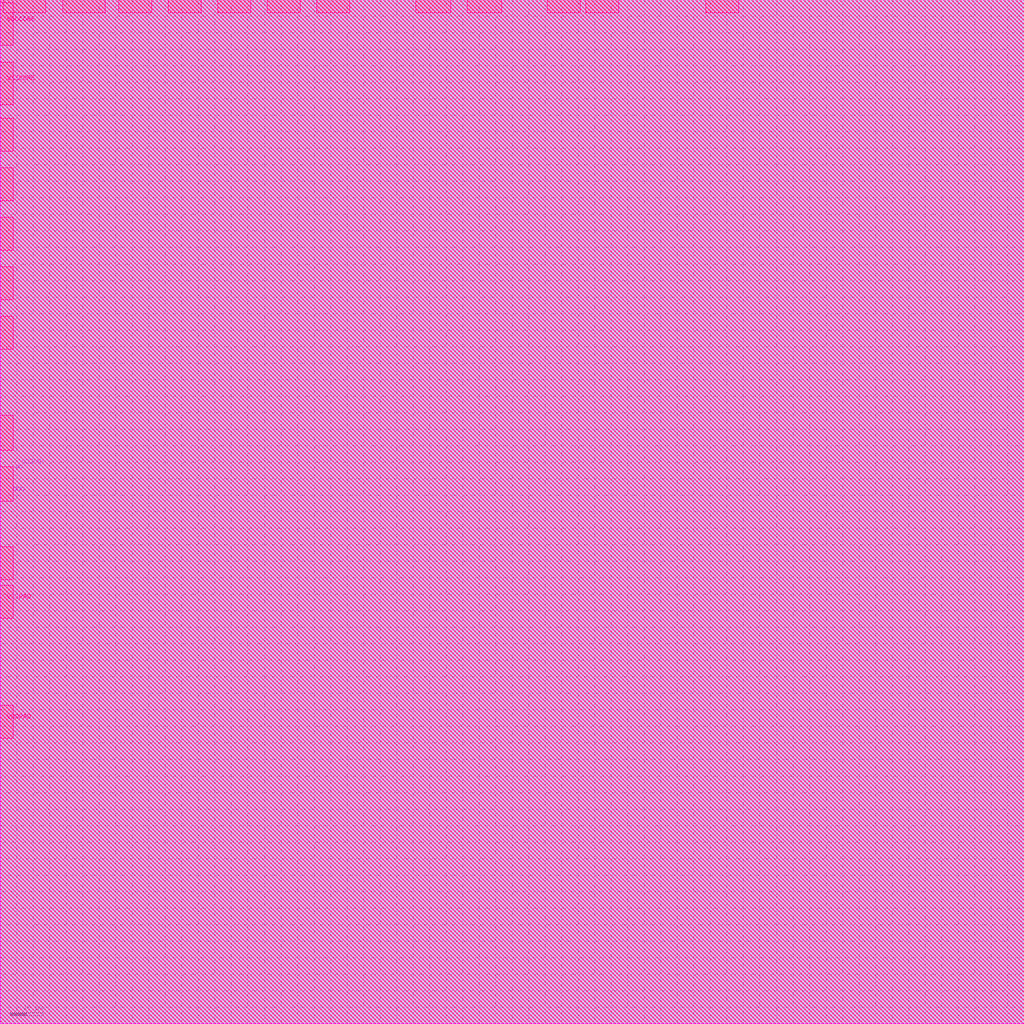
<source format=lef>
# Copyright 2023 ETH Zurich and University of Bologna.
# Solderpad Hardware License, Version 0.51, see LICENSE for details.
# SPDX-License-Identifier: SHL-0.51

# LEF for the sg13g2_iocell library
# Automatically generated by gds2lef_sg13g2.py
# Extracted from sg13g2_iocell.gds

# Authors:
# - Thomas Benz <tbenz@iis.ee.ethz.ch>

VERSION 5.7 ;
BUSBITCHARS "<>" ;
DIVIDERCHAR "/" ;

PROPERTYDEFINITIONS
  MACRO CatenaDesignType STRING ;
END PROPERTYDEFINITIONS

SITE  IOSite
  CLASS    PAD ;
  SYMMETRY R90 ;
  SIZE	1.00 BY 310.00 ;
END  IOSite

MACRO gndcore
  CLASS PAD ;
  ORIGIN 0 0 ;
  FOREIGN gndcore 0 0 ;
  SIZE 60 BY 310 ;
  SYMMETRY X Y R90 ;
  SITE IOSite ;
  PIN VSSPAD
    DIRECTION INOUT ;
    USE GROUND ;
    PORT
      LAYER Metal1 ;
        RECT 5.77 87.69 7.6 88.64 ;
    END
    PORT
      LAYER TopMetal1 ;
        RECT 0.0 122.745 60.0 132.745 ;
        RECT 0.0 134.39 60.0 144.39 ;
        RECT 0.0 204.15 60.0 214.15 ;
        RECT 0.0 234.15 60.0 244.15 ;
        RECT 0.0 264.15 60.0 274.15 ;
    END
  END VSSPAD
  PIN VDDPAD
    DIRECTION INOUT ;
    USE POWER ;
    PORT
      LAYER TopMetal1 ;
        RECT 0.0 86.405 60.0 96.405 ;
        RECT 0.0 219.15 60.0 229.15 ;
        RECT 0.0 249.15 60.0 259.15 ;
        RECT 0.0 158.15 60.0 168.65 ;
        RECT 0.0 173.65 60.0 184.15 ;
    END
  END VDDPAD
  PIN VDDCORE
    DIRECTION INOUT ;
    USE POWER ;
    PORT
      LAYER TopMetal1 ;
        RECT 0.0 296.15 60.0 309.15 ;
    END
    PORT
      LAYER TopMetal2 ;
        RECT 47.5 301.39 57.5 310.0 ;
        RECT 2.5 301.39 12.5 310.0 ;
    END
  END VDDCORE
  PIN VSSCORE
    DIRECTION INOUT ;
    USE GROUND ;
    PORT
      LAYER TopMetal1 ;
        RECT 0.0 278.15 60.0 291.15 ;
    END
    PORT
      LAYER TopMetal2 ;
        RECT 32.5 301.39 42.5 310.0 ;
        RECT 17.5 301.39 27.5 310.0 ;
    END
  END VSSCORE
  OBS
    LAYER Metal1 ;
      RECT 0 0 60 310 ;
    LAYER Metal2 ;
      RECT 0 0 60 310 ;
    LAYER Metal3 ;
      RECT 0 0 60 310 ;
    LAYER Metal4 ;
      RECT 0 0 60 310 ;
    LAYER Metal5 ;
      RECT 0 0 60 310 ;
    LAYER TopMetal1 ;
      RECT 0 0 60 310 ;
    LAYER TopMetal2 ;
      RECT 0 0 60 310 ;
  END
END gndcore

MACRO ixc013_b16m
  CLASS PAD ;
  ORIGIN 0 0 ;
  FOREIGN ixc013_b16m 0 0 ;
  SIZE 60 BY 310 ;
  SYMMETRY X Y R90 ;
  SITE IOSite ;
  PIN DOUT
    DIRECTION OUTPUT ;
    USE SIGNAL ;
    PORT
      LAYER Metal3 ;
        RECT 7.865 309.0 8.865 310.0 ;
    END
  END DOUT
  PIN OEN
    DIRECTION INPUT ;
    USE SIGNAL ;
    PORT
      LAYER Metal3 ;
        RECT 54.745 309.0 55.745 310.0 ;
    END
  END OEN
  PIN DIN
    DIRECTION INPUT ;
    USE SIGNAL ;
    PORT
      LAYER Metal3 ;
        RECT 52.745 309.0 53.745 310.0 ;
    END
  END DIN
  PIN VDDPAD
    DIRECTION INOUT ;
    USE POWER ;
    PORT
      LAYER TopMetal1 ;
        RECT 0.0 86.405 60.0 96.405 ;
        RECT 0.0 219.15 60.0 229.15 ;
        RECT 0.0 249.15 60.0 259.15 ;
        RECT 0.0 158.15 60.0 168.65 ;
        RECT 0.0 173.65 60.0 184.15 ;
    END
    PORT
      LAYER TopMetal2 ;
        RECT 1.96 298.75 16.96 310.0 ;
        RECT 32.085 298.75 40.085 310.0 ;
    END
  END VDDPAD
  PIN VSSPAD
    DIRECTION INOUT ;
    USE GROUND ;
    PORT
      LAYER TopMetal1 ;
        RECT 0.0 122.745 60.0 132.745 ;
        RECT 0.0 134.39 60.0 144.39 ;
        RECT 0.0 204.15 60.0 214.15 ;
        RECT 0.0 234.15 60.0 244.15 ;
        RECT 0.0 264.15 60.0 274.15 ;
    END
    PORT
      LAYER TopMetal2 ;
        RECT 20.085 298.75 28.085 310.0 ;
        RECT 43.21 298.75 58.21 310.0 ;
    END
  END VSSPAD
  PIN VDDCORE
    DIRECTION INOUT ;
    USE POWER ;
    PORT
      LAYER TopMetal1 ;
        RECT 0.0 296.15 60.0 309.15 ;
    END
  END VDDCORE
  PIN VSSCORE
    DIRECTION INOUT ;
    USE GROUND ;
    PORT
      LAYER TopMetal1 ;
        RECT 0.0 278.15 60.0 291.15 ;
    END
  END VSSCORE
  PIN PAD
    DIRECTION INOUT ;
    USE SIGNAL ;
    PORT
      LAYER TopMetal2 ;
        RECT 2.9 2.535 57.1 73.735 ;
    END
  END PAD
  OBS
    LAYER Metal1 ;
      RECT 0 0 60 310 ;
    LAYER Metal2 ;
      RECT 0 0 60 310 ;
    LAYER Metal3 ;
      RECT 0 0 60 310 ;
    LAYER Metal4 ;
      RECT 0 0 60 310 ;
    LAYER Metal5 ;
      RECT 0 0 60 310 ;
    LAYER TopMetal1 ;
      RECT 0 0 60 310 ;
    LAYER TopMetal2 ;
      RECT 0 0 60 310 ;
  END
END ixc013_b16m

MACRO power_cut4u
  CLASS PAD ;
  ORIGIN 0 0 ;
  FOREIGN power_cut4u 0 0 ;
  SIZE 4 BY 310 ;
  SYMMETRY X Y R90 ;
  SITE IOSite ;
  PIN VSSPAD
    DIRECTION INOUT ;
    USE GROUND ;
    PORT
      LAYER Metal1 ;
        RECT 1.42 173.42 2.58 174.59 ;
        RECT 1.28 155.28 2.72 157.2 ;
    END
    PORT
      LAYER TopMetal1 ;
        RECT 0.0 122.745 4.0 132.745 ;
        RECT 0.0 134.39 4.0 144.39 ;
        RECT 0.0 204.15 4.0 214.15 ;
        RECT 0.0 234.15 4.0 244.15 ;
        RECT 0.0 264.15 4.0 274.15 ;
    END
  END VSSPAD
  PIN VSSCORE
    DIRECTION INOUT ;
    USE GROUND ;
    PORT
      LAYER TopMetal1 ;
        RECT 0.0 278.15 4.0 291.15 ;
    END
  END VSSCORE
  OBS
    LAYER Metal1 ;
      RECT 0 0 4 310 ;
    LAYER Metal2 ;
      RECT 0 0 4 310 ;
    LAYER Metal3 ;
      RECT 0 0 4 310 ;
    LAYER Metal4 ;
      RECT 0 0 4 310 ;
    LAYER Metal5 ;
      RECT 0 0 4 310 ;
    LAYER TopMetal1 ;
      RECT 0 0 4 310 ;
    LAYER TopMetal2 ;
      RECT 0 0 4 310 ;
  END
END power_cut4u

MACRO gndpad
  CLASS PAD ;
  ORIGIN 0 0 ;
  FOREIGN gndpad 0 0 ;
  SIZE 60 BY 310 ;
  SYMMETRY X Y R90 ;
  SITE IOSite ;
  PIN VDDPAD
    DIRECTION INOUT ;
    USE POWER ;
    PORT
      LAYER TopMetal1 ;
        RECT 0.0 86.405 60.0 96.405 ;
        RECT 0.0 219.15 60.0 229.15 ;
        RECT 0.0 249.15 60.0 259.15 ;
        RECT 0.0 158.15 60.0 168.65 ;
        RECT 0.0 173.65 60.0 184.15 ;
    END
    PORT
      LAYER TopMetal2 ;
        RECT 47.5 301.39 57.5 310.0 ;
        RECT 2.5 301.39 12.5 310.0 ;
    END
  END VDDPAD
  PIN VSSPAD
    DIRECTION INOUT ;
    USE GROUND ;
    PORT
      LAYER TopMetal1 ;
        RECT 0.0 122.745 60.0 132.745 ;
        RECT 0.0 134.39 60.0 144.39 ;
        RECT 0.0 204.15 60.0 214.15 ;
        RECT 0.0 234.15 60.0 244.15 ;
        RECT 0.0 264.15 60.0 274.15 ;
    END
    PORT
      LAYER TopMetal2 ;
        RECT 32.5 301.39 42.5 310.0 ;
        RECT 17.5 301.39 27.5 310.0 ;
    END
  END VSSPAD
  PIN VDDCORE
    DIRECTION INOUT ;
    USE POWER ;
    PORT
      LAYER TopMetal1 ;
        RECT 0.0 296.15 60.0 309.15 ;
    END
  END VDDCORE
  PIN VSSCORE
    DIRECTION INOUT ;
    USE GROUND ;
    PORT
      LAYER TopMetal1 ;
        RECT 0.0 278.15 60.0 291.15 ;
    END
  END VSSCORE
  OBS
    LAYER Metal1 ;
      RECT 0 0 60 310 ;
    LAYER Metal2 ;
      RECT 0 0 60 310 ;
    LAYER Metal3 ;
      RECT 0 0 60 310 ;
    LAYER Metal4 ;
      RECT 0 0 60 310 ;
    LAYER Metal5 ;
      RECT 0 0 60 310 ;
    LAYER TopMetal1 ;
      RECT 0 0 60 310 ;
    LAYER TopMetal2 ;
      RECT 0 0 60 310 ;
  END
END gndpad

MACRO ixc013_b16mpdn
  CLASS PAD ;
  ORIGIN 0 0 ;
  FOREIGN ixc013_b16mpdn 0 0 ;
  SIZE 60 BY 310 ;
  SYMMETRY X Y R90 ;
  SITE IOSite ;
  PIN DOUT
    DIRECTION OUTPUT ;
    USE SIGNAL ;
    PORT
      LAYER Metal3 ;
        RECT 7.865 309.0 8.865 310.0 ;
    END
  END DOUT
  PIN OEN
    DIRECTION INPUT ;
    USE SIGNAL ;
    PORT
      LAYER Metal3 ;
        RECT 54.745 309.0 55.745 310.0 ;
    END
  END OEN
  PIN DIN
    DIRECTION INPUT ;
    USE SIGNAL ;
    PORT
      LAYER Metal3 ;
        RECT 52.745 309.0 53.745 310.0 ;
    END
  END DIN
  PIN VDDPAD
    DIRECTION INOUT ;
    USE POWER ;
    PORT
      LAYER TopMetal1 ;
        RECT 0.0 86.405 60.0 96.405 ;
        RECT 0.0 219.15 60.0 229.15 ;
        RECT 0.0 249.15 60.0 259.15 ;
        RECT 0.0 158.15 60.0 168.65 ;
        RECT 0.0 173.65 60.0 184.15 ;
    END
    PORT
      LAYER TopMetal2 ;
        RECT 1.96 298.75 16.96 310.0 ;
        RECT 32.085 298.75 40.085 310.0 ;
    END
  END VDDPAD
  PIN VSSPAD
    DIRECTION INOUT ;
    USE GROUND ;
    PORT
      LAYER TopMetal1 ;
        RECT 0.0 122.745 60.0 132.745 ;
        RECT 0.0 134.39 60.0 144.39 ;
        RECT 0.0 204.15 60.0 214.15 ;
        RECT 0.0 234.15 60.0 244.15 ;
        RECT 0.0 264.15 60.0 274.15 ;
    END
    PORT
      LAYER TopMetal2 ;
        RECT 20.085 298.75 28.085 310.0 ;
        RECT 43.21 298.75 58.21 310.0 ;
    END
  END VSSPAD
  PIN VDDCORE
    DIRECTION INOUT ;
    USE POWER ;
    PORT
      LAYER TopMetal1 ;
        RECT 0.0 296.15 60.0 309.15 ;
    END
  END VDDCORE
  PIN VSSCORE
    DIRECTION INOUT ;
    USE GROUND ;
    PORT
      LAYER TopMetal1 ;
        RECT 0.0 278.15 60.0 291.15 ;
    END
  END VSSCORE
  PIN PAD
    DIRECTION INOUT ;
    USE SIGNAL ;
    PORT
      LAYER TopMetal2 ;
        RECT 2.9 2.535 57.1 73.735 ;
    END
  END PAD
  OBS
    LAYER Metal1 ;
      RECT 0 0 60 310 ;
    LAYER Metal2 ;
      RECT 0 0 60 310 ;
    LAYER Metal3 ;
      RECT 0 0 60 310 ;
    LAYER Metal4 ;
      RECT 0 0 60 310 ;
    LAYER Metal5 ;
      RECT 0 0 60 310 ;
    LAYER TopMetal1 ;
      RECT 0 0 60 310 ;
    LAYER TopMetal2 ;
      RECT 0 0 60 310 ;
  END
END ixc013_b16mpdn

MACRO vddpad
  CLASS PAD ;
  ORIGIN 0 0 ;
  FOREIGN vddpad 0 0 ;
  SIZE 60 BY 310 ;
  SYMMETRY X Y R90 ;
  SITE IOSite ;
  PIN VDDPAD
    DIRECTION INOUT ;
    USE POWER ;
    PORT
      LAYER TopMetal1 ;
        RECT 0.0 86.405 60.0 96.405 ;
        RECT 0.0 219.15 60.0 229.15 ;
        RECT 0.0 249.15 60.0 259.15 ;
        RECT 0.0 173.65 60.0 184.15 ;
        RECT 0.0 158.15 60.0 168.65 ;
    END
    PORT
      LAYER TopMetal2 ;
        RECT 17.5 301.39 27.5 310.0 ;
        RECT 32.5 301.39 42.5 310.0 ;
    END
  END VDDPAD
  PIN VSSPAD
    DIRECTION INOUT ;
    USE GROUND ;
    PORT
      LAYER TopMetal1 ;
        RECT 0.0 122.745 60.0 132.745 ;
        RECT 0.0 134.39 60.0 144.39 ;
        RECT 0.0 204.15 60.0 214.15 ;
        RECT 0.0 234.15 60.0 244.15 ;
        RECT 0.0 264.15 60.0 274.15 ;
    END
    PORT
      LAYER TopMetal2 ;
        RECT 47.5 301.39 57.5 310.0 ;
        RECT 2.5 301.39 12.5 310.0 ;
    END
  END VSSPAD
  PIN VSSCORE
    DIRECTION INOUT ;
    USE GROUND ;
    PORT
      LAYER TopMetal1 ;
        RECT 0.0 278.15 60.0 291.15 ;
    END
  END VSSCORE
  PIN VDDCORE
    DIRECTION INOUT ;
    USE POWER ;
    PORT
      LAYER TopMetal1 ;
        RECT 0.0 296.15 60.0 309.15 ;
    END
  END VDDCORE
  OBS
    LAYER Metal1 ;
      RECT 0 0 60 310 ;
    LAYER Metal2 ;
      RECT 0 0 60 310 ;
    LAYER Metal3 ;
      RECT 0 0 60 310 ;
    LAYER Metal4 ;
      RECT 0 0 60 310 ;
    LAYER Metal5 ;
      RECT 0 0 60 310 ;
    LAYER TopMetal1 ;
      RECT 0 0 60 310 ;
    LAYER TopMetal2 ;
      RECT 0 0 60 310 ;
  END
END vddpad

MACRO filler4u
  CLASS PAD SPACER ;
  ORIGIN 0 0 ;
  FOREIGN filler4u 0 0 ;
  SIZE 4 BY 310 ;
  SYMMETRY X Y R90 ;
  SITE IOSite ;
  PIN VSSPAD
    DIRECTION INOUT ;
    USE GROUND ;
    PORT
      LAYER Metal1 ;
        RECT 1.42 156.98 2.4 157.67 ;
        RECT 1.5 174.18 2.28 175.11 ;
    END
    PORT
      LAYER TopMetal1 ;
        RECT 0.0 122.745 4.0 132.745 ;
        RECT 0.0 134.39 4.0 144.39 ;
        RECT 0.0 204.15 4.0 214.15 ;
        RECT 0.0 234.15 4.0 244.15 ;
        RECT 0.0 264.15 4.0 274.15 ;
    END
  END VSSPAD
  PIN VDDCORE
    DIRECTION INOUT ;
    USE POWER ;
    PORT
      LAYER Metal1 ;
        RECT 0.0 307.0 4.0 310.0 ;
    END
    PORT
      LAYER TopMetal1 ;
        RECT 0.0 296.15 4.0 309.15 ;
    END
  END VDDCORE
  PIN VDDPAD
    DIRECTION INOUT ;
    USE POWER ;
    PORT
      LAYER TopMetal1 ;
        RECT 0.0 86.405 4.0 96.405 ;
        RECT 0.0 219.15 4.0 229.15 ;
        RECT 0.0 249.15 4.0 259.15 ;
        RECT 0.0 173.65 4.0 184.15 ;
        RECT 0.0 158.15 4.0 168.65 ;
    END
  END VDDPAD
  PIN VSSCORE
    DIRECTION INOUT ;
    USE GROUND ;
    PORT
      LAYER TopMetal1 ;
        RECT 0.0 278.15 4.0 291.15 ;
    END
  END VSSCORE
  OBS
    LAYER Metal1 ;
      RECT 0 0 4 310 ;
    LAYER Metal2 ;
      RECT 0 0 4 310 ;
    LAYER Metal3 ;
      RECT 0 0 4 310 ;
    LAYER Metal4 ;
      RECT 0 0 4 310 ;
    LAYER Metal5 ;
      RECT 0 0 4 310 ;
    LAYER TopMetal1 ;
      RECT 0 0 4 310 ;
    LAYER TopMetal2 ;
      RECT 0 0 4 310 ;
  END
END filler4u

MACRO filler10u
  CLASS PAD SPACER ;
  ORIGIN 0 0 ;
  FOREIGN filler10u 0 0 ;
  SIZE 10 BY 310 ;
  SYMMETRY X Y R90 ;
  SITE IOSite ;
  PIN VSSPAD
    DIRECTION INOUT ;
    USE GROUND ;
    PORT
      LAYER Metal1 ;
        RECT 3.89 137.25 6.75 139.37 ;
        RECT 3.55 238.53 6.06 240.52 ;
    END
    PORT
      LAYER TopMetal1 ;
        RECT 0.0 122.745 10.0 132.745 ;
        RECT 0.0 134.39 10.0 144.39 ;
        RECT 0.0 204.15 10.0 214.15 ;
        RECT 0.0 234.15 10.0 244.15 ;
        RECT 0.0 264.15 10.0 274.15 ;
    END
  END VSSPAD
  PIN VDDPAD
    DIRECTION INOUT ;
    USE POWER ;
    PORT
      LAYER TopMetal1 ;
        RECT 0.0 219.15 10.0 229.15 ;
        RECT 0.0 249.15 10.0 259.15 ;
        RECT 0.0 158.15 10.0 168.65 ;
        RECT 0.0 86.405 10.0 96.405 ;
        RECT 0.0 173.65 10.0 184.15 ;
    END
  END VDDPAD
  PIN VDDCORE
    DIRECTION INOUT ;
    USE POWER ;
    PORT
      LAYER TopMetal1 ;
        RECT 0.0 296.15 10.0 309.15 ;
    END
  END VDDCORE
  PIN VSSCORE
    DIRECTION INOUT ;
    USE GROUND ;
    PORT
      LAYER TopMetal1 ;
        RECT 0.0 278.15 10.0 291.15 ;
    END
  END VSSCORE
  OBS
    LAYER Metal1 ;
      RECT 0 0 10 310 ;
    LAYER Metal2 ;
      RECT 0 0 10 310 ;
    LAYER Metal3 ;
      RECT 0 0 10 310 ;
    LAYER Metal4 ;
      RECT 0 0 10 310 ;
    LAYER Metal5 ;
      RECT 0 0 10 310 ;
    LAYER TopMetal1 ;
      RECT 0 0 10 310 ;
    LAYER TopMetal2 ;
      RECT 0 0 10 310 ;
  END
END filler10u

MACRO vddcore
  CLASS PAD ;
  ORIGIN 0 0 ;
  FOREIGN vddcore 0 0 ;
  SIZE 60 BY 310 ;
  SYMMETRY X Y R90 ;
  SITE IOSite ;
  PIN VDDPAD
    DIRECTION INOUT ;
    USE POWER ;
    PORT
      LAYER TopMetal1 ;
        RECT 0.0 173.65 60.0 184.15 ;
        RECT 0.0 86.405 60.0 96.405 ;
        RECT 0.0 219.15 60.0 229.15 ;
        RECT 0.0 249.15 60.0 259.15 ;
        RECT 0.0 158.15 60.0 168.65 ;
    END
  END VDDPAD
  PIN VSSPAD
    DIRECTION INOUT ;
    USE GROUND ;
    PORT
      LAYER TopMetal1 ;
        RECT 0.0 122.745 60.0 132.745 ;
        RECT 0.0 134.39 60.0 144.39 ;
        RECT 0.0 204.15 60.0 214.15 ;
        RECT 0.0 234.15 60.0 244.15 ;
        RECT 0.0 264.15 60.0 274.15 ;
    END
  END VSSPAD
  PIN VDDCORE
    DIRECTION INOUT ;
    USE POWER ;
    PORT
      LAYER TopMetal1 ;
        RECT 0.0 296.15 60.0 309.15 ;
    END
    PORT
      LAYER TopMetal2 ;
        RECT 32.5 301.39 42.5 310.0 ;
        RECT 17.5 301.39 27.5 310.0 ;
    END
  END VDDCORE
  PIN VSSCORE
    DIRECTION INOUT ;
    USE GROUND ;
    PORT
      LAYER TopMetal1 ;
        RECT 0.0 278.15 60.0 291.15 ;
    END
    PORT
      LAYER TopMetal2 ;
        RECT 2.5 301.39 12.5 310.0 ;
        RECT 47.5 301.39 57.5 310.0 ;
    END
  END VSSCORE
  OBS
    LAYER Metal1 ;
      RECT 0 0 60 310 ;
    LAYER Metal2 ;
      RECT 0 0 60 310 ;
    LAYER Metal3 ;
      RECT 0 0 60 310 ;
    LAYER Metal4 ;
      RECT 0 0 60 310 ;
    LAYER Metal5 ;
      RECT 0 0 60 310 ;
    LAYER TopMetal1 ;
      RECT 0 0 60 310 ;
    LAYER TopMetal2 ;
      RECT 0 0 60 310 ;
  END
END vddcore

MACRO ixc013_i16x
  CLASS PAD ;
  ORIGIN 0 0 ;
  FOREIGN ixc013_i16x 0 0 ;
  SIZE 60 BY 310 ;
  SYMMETRY X Y R90 ;
  SITE IOSite ;
  PIN DOUT
    DIRECTION OUTPUT ;
    USE SIGNAL ;
    PORT
      LAYER Metal3 ;
        RECT 7.865 309.0 8.865 310.0 ;
    END
  END DOUT
  PIN VSSPAD
    DIRECTION INOUT ;
    USE GROUND ;
    PORT
      LAYER TopMetal1 ;
        RECT 0.0 264.15 60.0 274.15 ;
        RECT 0.0 234.15 60.0 244.15 ;
        RECT 0.0 204.15 60.0 214.15 ;
        RECT 0.0 134.39 60.0 144.39 ;
        RECT 0.0 122.745 60.0 132.745 ;
    END
    PORT
      LAYER TopMetal2 ;
        RECT 20.085 298.75 28.085 310.0 ;
        RECT 43.21 298.75 58.21 310.0 ;
    END
  END VSSPAD
  PIN VDDPAD
    DIRECTION INOUT ;
    USE POWER ;
    PORT
      LAYER TopMetal1 ;
        RECT 0.0 249.15 60.0 259.15 ;
        RECT 0.0 219.15 60.0 229.15 ;
        RECT 0.0 86.405 60.0 96.405 ;
        RECT 0.0 158.15 60.0 168.65 ;
        RECT 0.0 173.65 60.0 184.15 ;
    END
    PORT
      LAYER TopMetal2 ;
        RECT 32.085 298.75 40.085 310.0 ;
        RECT 1.96 298.75 16.96 310.0 ;
    END
  END VDDPAD
  PIN VSSCORE
    DIRECTION INOUT ;
    USE GROUND ;
    PORT
      LAYER TopMetal1 ;
        RECT 0.0 278.15 60.0 291.15 ;
    END
  END VSSCORE
  PIN VDDCORE
    DIRECTION INOUT ;
    USE POWER ;
    PORT
      LAYER TopMetal1 ;
        RECT 0.0 296.15 60.0 309.15 ;
    END
  END VDDCORE
  PIN PAD
    DIRECTION INOUT ;
    USE SIGNAL ;
    PORT
      LAYER TopMetal2 ;
        RECT 2.9 2.535 57.1 73.735 ;
    END
  END PAD
  OBS
    LAYER Metal1 ;
      RECT 0 0 60 310 ;
    LAYER Metal2 ;
      RECT 0 0 60 310 ;
    LAYER Metal3 ;
      RECT 0 0 60 310 ;
    LAYER Metal4 ;
      RECT 0 0 60 310 ;
    LAYER Metal5 ;
      RECT 0 0 60 310 ;
    LAYER TopMetal1 ;
      RECT 0 0 60 310 ;
    LAYER TopMetal2 ;
      RECT 0 0 60 310 ;
  END
END ixc013_i16x

MACRO filler2u
  CLASS PAD SPACER ;
  ORIGIN 0 0 ;
  FOREIGN filler2u 0 0 ;
  SIZE 2 BY 310 ;
  SYMMETRY X Y R90 ;
  SITE IOSite ;
  PIN VSSPAD
    DIRECTION INOUT ;
    USE GROUND ;
    PORT
      LAYER Metal1 ;
        RECT 0.64 174.28 1.5 175.54 ;
        RECT 0.44 159.17 1.37 160.1 ;
    END
    PORT
      LAYER TopMetal1 ;
        RECT 0.0 122.745 2.0 132.745 ;
        RECT 0.0 134.39 2.0 144.39 ;
        RECT 0.0 204.15 2.0 214.15 ;
        RECT 0.0 234.15 2.0 244.15 ;
        RECT 0.0 264.15 2.0 274.15 ;
    END
  END VSSPAD
  PIN VDDCORE
    DIRECTION INOUT ;
    USE POWER ;
    PORT
      LAYER Metal1 ;
        RECT 0.0 307.0 2.0 310.0 ;
    END
    PORT
      LAYER TopMetal1 ;
        RECT 0.0 296.15 2.0 309.15 ;
    END
  END VDDCORE
  PIN VDDPAD
    DIRECTION INOUT ;
    USE POWER ;
    PORT
      LAYER TopMetal1 ;
        RECT 0.0 86.405 2.0 96.405 ;
        RECT 0.0 219.15 2.0 229.15 ;
        RECT 0.0 249.15 2.0 259.15 ;
        RECT 0.0 173.65 2.0 184.15 ;
        RECT 0.0 158.15 2.0 168.65 ;
    END
  END VDDPAD
  PIN VSSCORE
    DIRECTION INOUT ;
    USE GROUND ;
    PORT
      LAYER TopMetal1 ;
        RECT 0.0 278.15 2.0 291.15 ;
    END
  END VSSCORE
  OBS
    LAYER Metal1 ;
      RECT 0 0 2 310 ;
    LAYER Metal2 ;
      RECT 0 0 2 310 ;
    LAYER Metal3 ;
      RECT 0 0 2 310 ;
    LAYER Metal4 ;
      RECT 0 0 2 310 ;
    LAYER Metal5 ;
      RECT 0 0 2 310 ;
    LAYER TopMetal1 ;
      RECT 0 0 2 310 ;
    LAYER TopMetal2 ;
      RECT 0 0 2 310 ;
  END
END filler2u

MACRO filler1u
  CLASS PAD SPACER ;
  ORIGIN 0 0 ;
  FOREIGN filler1u 0 0 ;
  SIZE 1 BY 310 ;
  SYMMETRY X Y R90 ;
  SITE IOSite ;
  PIN VSSPAD
    DIRECTION INOUT ;
    USE GROUND ;
    PORT
      LAYER Metal1 ;
        RECT 0.13 178.87 0.86 179.26 ;
        RECT 0.23 111.51 0.73 112.4 ;
    END
    PORT
      LAYER TopMetal1 ;
        RECT 0.0 122.745 1.0 132.745 ;
        RECT 0.0 134.39 1.0 144.39 ;
        RECT 0.0 204.15 1.0 214.15 ;
        RECT 0.0 234.15 1.0 244.15 ;
        RECT 0.0 264.15 1.0 274.15 ;
    END
  END VSSPAD
  PIN VDDPAD
    DIRECTION INOUT ;
    USE POWER ;
    PORT
      LAYER TopMetal1 ;
        RECT 0.0 86.405 1.0 96.405 ;
        RECT 0.0 219.15 1.0 229.15 ;
        RECT 0.0 249.15 1.0 259.15 ;
        RECT 0.0 173.65 1.0 184.15 ;
        RECT 0.0 158.15 1.0 168.65 ;
    END
  END VDDPAD
  PIN VDDCORE
    DIRECTION INOUT ;
    USE POWER ;
    PORT
      LAYER TopMetal1 ;
        RECT 0.0 296.15 1.0 309.15 ;
    END
  END VDDCORE
  PIN VSSCORE
    DIRECTION INOUT ;
    USE GROUND ;
    PORT
      LAYER TopMetal1 ;
        RECT 0.0 278.15 1.0 291.15 ;
    END
  END VSSCORE
  OBS
    LAYER Metal1 ;
      RECT 0 0 1 310 ;
    LAYER Metal2 ;
      RECT 0 0 1 310 ;
    LAYER Metal3 ;
      RECT 0 0 1 310 ;
    LAYER Metal4 ;
      RECT 0 0 1 310 ;
    LAYER Metal5 ;
      RECT 0 0 1 310 ;
    LAYER TopMetal1 ;
      RECT 0 0 1 310 ;
    LAYER TopMetal2 ;
      RECT 0 0 1 310 ;
  END
END filler1u

MACRO ixc013_b16mpup
  CLASS PAD ;
  ORIGIN 0 0 ;
  FOREIGN ixc013_b16mpup 0 0 ;
  SIZE 60 BY 310 ;
  SYMMETRY X Y R90 ;
  SITE IOSite ;
  PIN DOUT
    DIRECTION OUTPUT ;
    USE SIGNAL ;
    PORT
      LAYER Metal3 ;
        RECT 7.865 309.0 8.865 310.0 ;
    END
  END DOUT
  PIN DIN
    DIRECTION INPUT ;
    USE SIGNAL ;
    PORT
      LAYER Metal3 ;
        RECT 52.745 309.0 53.745 310.0 ;
    END
  END DIN
  PIN OEN
    DIRECTION INPUT ;
    USE SIGNAL ;
    PORT
      LAYER Metal3 ;
        RECT 54.745 309.0 55.745 310.0 ;
        RECT 54.745 309.0 55.745 310.0 ;
    END
  END OEN
  PIN VDDPAD
    DIRECTION INOUT ;
    USE POWER ;
    PORT
      LAYER TopMetal1 ;
        RECT 0.0 86.405 60.0 96.405 ;
        RECT 0.0 219.15 60.0 229.15 ;
        RECT 0.0 249.15 60.0 259.15 ;
        RECT 0.0 158.15 60.0 168.65 ;
        RECT 0.0 173.65 60.0 184.15 ;
    END
    PORT
      LAYER TopMetal2 ;
        RECT 1.96 298.75 16.96 310.0 ;
        RECT 32.085 298.75 40.085 310.0 ;
    END
  END VDDPAD
  PIN VSSPAD
    DIRECTION INOUT ;
    USE GROUND ;
    PORT
      LAYER TopMetal1 ;
        RECT 0.0 122.745 60.0 132.745 ;
        RECT 0.0 134.39 60.0 144.39 ;
        RECT 0.0 204.15 60.0 214.15 ;
        RECT 0.0 234.15 60.0 244.15 ;
        RECT 0.0 264.15 60.0 274.15 ;
    END
    PORT
      LAYER TopMetal2 ;
        RECT 20.085 298.75 28.085 310.0 ;
        RECT 43.21 298.75 58.21 310.0 ;
    END
  END VSSPAD
  PIN VDDCORE
    DIRECTION INOUT ;
    USE POWER ;
    PORT
      LAYER TopMetal1 ;
        RECT 0.0 296.15 60.0 309.15 ;
    END
  END VDDCORE
  PIN VSSCORE
    DIRECTION INOUT ;
    USE GROUND ;
    PORT
      LAYER TopMetal1 ;
        RECT 0.0 278.15 60.0 291.15 ;
    END
  END VSSCORE
  PIN PAD
    DIRECTION INOUT ;
    USE SIGNAL ;
    PORT
      LAYER TopMetal2 ;
        RECT 2.9 2.535 57.1 73.735 ;
    END
  END PAD
  OBS
    LAYER Metal1 ;
      RECT 0 0 60 310 ;
    LAYER Metal2 ;
      RECT 0 0 60 310 ;
    LAYER Metal3 ;
      RECT 0 0 60 310 ;
    LAYER Metal4 ;
      RECT 0 0 60 310 ;
    LAYER Metal5 ;
      RECT 0 0 60 310 ;
    LAYER TopMetal1 ;
      RECT 0 0 60 310 ;
    LAYER TopMetal2 ;
      RECT 0 0 60 310 ;
  END
END ixc013_b16mpup

MACRO power_cut60u
  CLASS PAD ;
  ORIGIN 0 0 ;
  FOREIGN power_cut60u 0 0 ;
  SIZE 60 BY 310 ;
  SYMMETRY X Y R90 ;
  SITE IOSite ;
  PIN VSSPAD
    DIRECTION INOUT ;
    USE GROUND ;
    PORT
      LAYER Metal1 ;
        RECT 26.89 154.13 29.44 155.41 ;
        RECT 28.88 181.55 32.43 185.11 ;
    END
    PORT
      LAYER TopMetal1 ;
        RECT 0.0 122.745 60.0 132.745 ;
        RECT 0.0 134.39 60.0 144.39 ;
        RECT 0.0 204.15 60.0 214.15 ;
        RECT 0.0 234.15 60.0 244.15 ;
        RECT 0.0 264.15 60.0 274.15 ;
    END
  END VSSPAD
  PIN VSSCORE
    DIRECTION INOUT ;
    USE GROUND ;
    PORT
      LAYER TopMetal1 ;
        RECT 0.0 278.15 60.0 291.15 ;
    END
  END VSSCORE
  OBS
    LAYER Metal1 ;
      RECT 0 0 60 310 ;
    LAYER Metal2 ;
      RECT 0 0 60 310 ;
    LAYER Metal3 ;
      RECT 0 0 60 310 ;
    LAYER Metal4 ;
      RECT 0 0 60 310 ;
    LAYER Metal5 ;
      RECT 0 0 60 310 ;
    LAYER TopMetal1 ;
      RECT 0 0 60 310 ;
    LAYER TopMetal2 ;
      RECT 0 0 60 310 ;
  END
END power_cut60u

MACRO corner
  CLASS PAD ;
  ORIGIN 0 0 ;
  FOREIGN corner 0 0 ;
  SIZE 310 BY 310 ;
  SYMMETRY X Y R90 ;
  SITE IOSite ;
  PIN VSSPAD
    DIRECTION INOUT ;
    USE GROUND ;
    PORT
      LAYER Metal1 ;
        RECT 4.08 161.48 7.25 162.45 ;
        RECT 4.89 168.25 6.61 169.11 ;
    END
    PORT
      LAYER TopMetal1 ;
        RECT 177.255 306.0 187.255 310.0 ;
        RECT 165.61 306.0 175.61 310.0 ;
        RECT 95.85 306.0 105.85 310.0 ;
        RECT 65.85 306.0 75.85 310.0 ;
        RECT 35.85 306.0 45.85 310.0 ;
        RECT 0.0 264.15 4.0 274.15 ;
        RECT 0.0 234.15 4.0 244.15 ;
        RECT 0.0 204.15 4.0 214.15 ;
        RECT 0.0 134.39 4.0 144.39 ;
        RECT 0.0 122.745 4.0 132.745 ;
    END
  END VSSPAD
  PIN VDDPAD
    DIRECTION INOUT ;
    USE POWER ;
    PORT
      LAYER TopMetal1 ;
        RECT 213.595 306.0 223.595 310.0 ;
        RECT 80.85 306.0 90.85 310.0 ;
        RECT 50.85 306.0 60.85 310.0 ;
        RECT 141.35 306.0 151.85 310.0 ;
        RECT 125.85 306.0 136.35 310.0 ;
        RECT 0.0 249.15 4.0 259.15 ;
        RECT 0.0 219.15 4.0 229.15 ;
        RECT 0.0 173.65 4.0 184.15 ;
        RECT 0.0 158.15 4.0 168.65 ;
        RECT 0.0 86.405 4.0 96.405 ;
    END
  END VDDPAD
  PIN VSSCORE
    DIRECTION INOUT ;
    USE GROUND ;
    PORT
      LAYER TopMetal1 ;
        RECT 18.85 306.0 31.85 310.0 ;
        RECT 0.0 278.15 4.0 291.15 ;
    END
  END VSSCORE
  PIN VDDCORE
    DIRECTION INOUT ;
    USE POWER ;
    PORT
      LAYER TopMetal1 ;
        RECT 0.85 306.0 13.85 310.0 ;
        RECT 0.0 296.15 4.0 309.15 ;
    END
  END VDDCORE
  OBS
    LAYER Metal1 ;
      RECT 0 0 310 310 ;
    LAYER Metal2 ;
      RECT 0 0 310 310 ;
    LAYER Metal3 ;
      RECT 0 0 310 310 ;
    LAYER Metal4 ;
      RECT 0 0 310 310 ;
    LAYER Metal5 ;
      RECT 0 0 310 310 ;
    LAYER TopMetal1 ;
      RECT 0 0 310 310 ;
    LAYER TopMetal2 ;
      RECT 0 0 310 310 ;
  END
END corner


</source>
